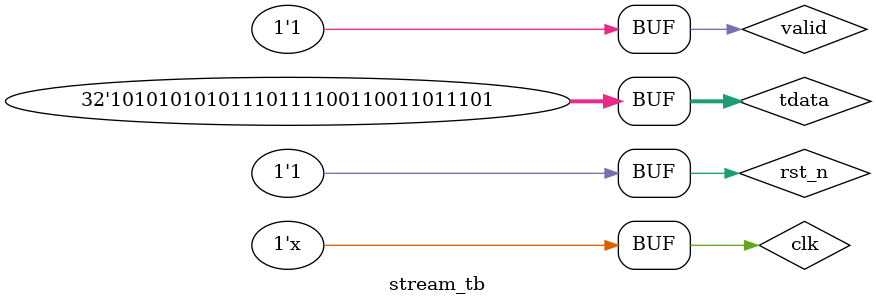
<source format=v>
`timescale 1 ns / 100 ps
   module stream_tb();
 reg  clk,  rst_n, valid;
 reg [31:0] tdata;
 wire tready;
/* wire ready;
 wire clk_en;
 wire [9:0]div_cnt;
 wire [7:0] reg_data;
 wire [3:0] num_cnt;
wire mst_exec_state; 
wire [2:0] write_pointer;
wire writes_done;*/
wire txd;


  myip_001_v1_0_S00_AXIS dut(
	  .S_AXIS_ACLK(clk),
	  . S_AXIS_ARESETN(rst_n),
	  . S_AXIS_TREADY(tready),
	  .S_AXIS_TDATA(tdata),
	 // .S_AXIS_TLAST(last),
	  . S_AXIS_TVALID(valid),
	//  .clk_en(clk_en),
	//  .ready(ready),
	//  .div_cnt(div_cnt),
	//  .reg_data(reg_data),
	//  .num_cnt(num_cnt),
	//  .mst_exec_state(mst_exec_state),
	//  .write_pointer(write_pointer),
	//  .writes_done(writes_done),
	  .txd(txd)
  );
  initial begin
	  clk=0;
	  rst_n=1'b0;
	  valid=0;
	 // last=0;
	  tdata=0;
  end
  always begin 
	  #10 clk=~clk;
  end
  initial begin
	  #14 rst_n=1;
	  #10 valid=1;
	  #10 tdata=32'haabbccdd;
  end

endmodule




</source>
